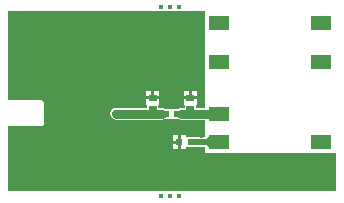
<source format=gbl>
G04*
G04 #@! TF.GenerationSoftware,Altium Limited,Altium Designer,19.1.5 (86)*
G04*
G04 Layer_Physical_Order=2*
G04 Layer_Color=16711680*
%FSAX25Y25*%
%MOIN*%
G70*
G01*
G75*
%ADD12C,0.01575*%
%ADD13C,0.01968*%
%ADD14R,0.02244X0.02441*%
%ADD15R,0.02520X0.02362*%
%ADD16R,0.07087X0.05118*%
%ADD17C,0.02953*%
%ADD18C,0.02756*%
%ADD19C,0.01575*%
%ADD20C,0.01968*%
G36*
X0446516Y0338006D02*
X0446575Y0337995D01*
X0446633Y0338006D01*
X0449469D01*
X0449528Y0337995D01*
X0449586Y0338006D01*
X0452422D01*
X0452480Y0337995D01*
X0452539Y0338006D01*
X0461142D01*
Y0305893D01*
X0457980D01*
Y0306933D01*
X0458480D01*
Y0308614D01*
X0456220D01*
X0453961D01*
Y0306933D01*
X0454461D01*
Y0305893D01*
X0453268D01*
X0453268Y0305893D01*
X0452497Y0305740D01*
X0452285Y0305598D01*
X0450193D01*
X0450150Y0305598D01*
X0449693D01*
X0449650Y0305598D01*
X0447754D01*
X0447543Y0305740D01*
X0446772Y0305893D01*
X0445382D01*
Y0306933D01*
X0445882D01*
Y0308614D01*
X0443622D01*
X0441362D01*
Y0306933D01*
X0441862D01*
Y0305893D01*
X0431614D01*
X0430843Y0305740D01*
X0430189Y0305303D01*
X0429752Y0304649D01*
X0429599Y0303878D01*
X0429752Y0303107D01*
X0430189Y0302453D01*
X0430843Y0302016D01*
X0431614Y0301863D01*
X0446772D01*
X0447543Y0302016D01*
X0447754Y0302157D01*
X0449650D01*
X0449693Y0302157D01*
X0450150D01*
X0450193Y0302157D01*
X0452285D01*
X0452497Y0302016D01*
X0453268Y0301863D01*
X0461142D01*
Y0296012D01*
X0461011Y0295990D01*
X0460712Y0295964D01*
X0460352Y0295954D01*
X0460325Y0295942D01*
X0459416D01*
X0459389Y0295954D01*
X0458400Y0295974D01*
X0457959Y0296008D01*
X0457921Y0296013D01*
Y0296150D01*
X0457480D01*
X0457409Y0296179D01*
X0457339Y0296150D01*
X0454720D01*
Y0296650D01*
X0453098D01*
Y0294429D01*
Y0292209D01*
X0454720D01*
Y0292709D01*
X0457339D01*
X0457409Y0292680D01*
X0457480Y0292709D01*
X0457921D01*
Y0292834D01*
X0459022Y0292901D01*
X0459381Y0292904D01*
X0459410Y0292916D01*
X0460325D01*
X0460352Y0292904D01*
X0460712Y0292895D01*
X0461011Y0292868D01*
X0461142Y0292847D01*
Y0290689D01*
X0504719Y0290689D01*
X0504719Y0278017D01*
X0452539Y0278017D01*
X0452480Y0278029D01*
X0452422Y0278017D01*
X0449586D01*
X0449528Y0278029D01*
X0449469Y0278017D01*
X0446634D01*
X0446575Y0278029D01*
X0446516Y0278017D01*
X0395517Y0278017D01*
X0395517Y0292756D01*
Y0299620D01*
X0406417D01*
X0406766Y0299690D01*
X0407062Y0299887D01*
X0407259Y0300183D01*
X0407329Y0300532D01*
Y0307618D01*
X0407259Y0307967D01*
X0407062Y0308262D01*
X0406766Y0308460D01*
X0406417Y0308529D01*
X0395517D01*
Y0323268D01*
X0395517Y0323268D01*
X0395517Y0338006D01*
X0446516Y0338006D01*
D02*
G37*
G36*
X0457429Y0295595D02*
X0457488Y0295557D01*
X0457586Y0295523D01*
X0457724Y0295494D01*
X0457901Y0295469D01*
X0458374Y0295434D01*
X0459378Y0295413D01*
Y0293445D01*
X0459004Y0293443D01*
X0457724Y0293364D01*
X0457586Y0293335D01*
X0457488Y0293301D01*
X0457429Y0293263D01*
X0457409Y0293221D01*
Y0295638D01*
X0457429Y0295595D01*
D02*
G37*
G36*
X0462347Y0292461D02*
X0462327Y0292648D01*
X0462268Y0292815D01*
X0462169Y0292963D01*
X0462030Y0293091D01*
X0461852Y0293199D01*
X0461634Y0293287D01*
X0461376Y0293356D01*
X0461079Y0293406D01*
X0460743Y0293435D01*
X0460366Y0293445D01*
Y0295413D01*
X0460743Y0295423D01*
X0461079Y0295453D01*
X0461376Y0295502D01*
X0461634Y0295571D01*
X0461852Y0295659D01*
X0462030Y0295768D01*
X0462169Y0295896D01*
X0462268Y0296043D01*
X0462327Y0296211D01*
X0462347Y0296398D01*
Y0292461D01*
D02*
G37*
%LPC*%
G36*
X0458480Y0311295D02*
X0456720D01*
Y0309614D01*
X0458480D01*
Y0311295D01*
D02*
G37*
G36*
X0445882D02*
X0444122D01*
Y0309614D01*
X0445882D01*
Y0311295D01*
D02*
G37*
G36*
X0443122D02*
X0441362D01*
Y0309614D01*
X0443122D01*
Y0311295D01*
D02*
G37*
G36*
X0455720D02*
X0453961D01*
Y0309614D01*
X0455720D01*
Y0311295D01*
D02*
G37*
G36*
X0452098Y0296650D02*
X0450476D01*
Y0294929D01*
X0452098D01*
Y0296650D01*
D02*
G37*
G36*
Y0293929D02*
X0450476D01*
Y0292209D01*
X0452098D01*
Y0293929D01*
D02*
G37*
%LPD*%
D12*
X0446575Y0339508D02*
D03*
X0449528D02*
D03*
X0452480D02*
D03*
X0452480Y0276516D02*
D03*
X0449528D02*
D03*
X0446575D02*
D03*
D13*
X0499016Y0289370D02*
D03*
X0496063Y0283465D02*
D03*
X0493110Y0289370D02*
D03*
X0490157Y0283465D02*
D03*
X0487205Y0289370D02*
D03*
X0484252Y0283465D02*
D03*
X0481299Y0289370D02*
D03*
X0478346Y0283465D02*
D03*
X0475393Y0289370D02*
D03*
X0472441Y0283465D02*
D03*
X0469488Y0289370D02*
D03*
X0466535Y0283465D02*
D03*
X0463583Y0289370D02*
D03*
X0460630Y0283465D02*
D03*
X0454724Y0330709D02*
D03*
X0457677Y0324803D02*
D03*
X0454724Y0318898D02*
D03*
X0457677Y0312992D02*
D03*
Y0289370D02*
D03*
X0454724Y0283465D02*
D03*
X0448819Y0330709D02*
D03*
X0451771Y0324803D02*
D03*
X0448819Y0318898D02*
D03*
X0451771Y0312992D02*
D03*
X0448819Y0295275D02*
D03*
X0451771Y0289370D02*
D03*
X0448819Y0283465D02*
D03*
X0442913Y0330709D02*
D03*
X0445866Y0324803D02*
D03*
X0442913Y0318898D02*
D03*
X0445866Y0312992D02*
D03*
X0442913Y0295275D02*
D03*
X0437008Y0330709D02*
D03*
X0439960Y0324803D02*
D03*
X0437008Y0318898D02*
D03*
X0439960Y0312992D02*
D03*
X0437008Y0295275D02*
D03*
Y0283465D02*
D03*
X0431102Y0330709D02*
D03*
X0434055Y0324803D02*
D03*
X0431102Y0318898D02*
D03*
X0434055Y0312992D02*
D03*
X0431102Y0295275D02*
D03*
X0434055Y0289370D02*
D03*
X0431102Y0283465D02*
D03*
X0425197Y0330709D02*
D03*
X0428150Y0324803D02*
D03*
X0425197Y0318898D02*
D03*
X0428150Y0312992D02*
D03*
X0425197Y0307086D02*
D03*
Y0295275D02*
D03*
X0428150Y0289370D02*
D03*
X0425197Y0283465D02*
D03*
X0419291Y0330709D02*
D03*
X0422244Y0324803D02*
D03*
X0419291Y0318898D02*
D03*
X0422244Y0312992D02*
D03*
X0419291Y0307086D02*
D03*
X0422244Y0301181D02*
D03*
X0419291Y0295275D02*
D03*
X0422244Y0289370D02*
D03*
X0419291Y0283465D02*
D03*
X0413386Y0330709D02*
D03*
X0416338Y0324803D02*
D03*
X0413386Y0318898D02*
D03*
X0416338Y0312992D02*
D03*
X0413386Y0307086D02*
D03*
X0416338Y0301181D02*
D03*
X0413386Y0295275D02*
D03*
X0416338Y0289370D02*
D03*
X0413386Y0283465D02*
D03*
X0407480Y0330709D02*
D03*
X0410433Y0324803D02*
D03*
X0407480Y0318898D02*
D03*
X0410433Y0312992D02*
D03*
Y0301181D02*
D03*
X0407480Y0295275D02*
D03*
X0410433Y0289370D02*
D03*
X0407480Y0283465D02*
D03*
X0401575Y0330709D02*
D03*
X0404527Y0324803D02*
D03*
X0401575Y0318898D02*
D03*
X0404527Y0312992D02*
D03*
X0401575Y0295275D02*
D03*
X0404527Y0289370D02*
D03*
X0401575Y0283465D02*
D03*
X0439291Y0307224D02*
D03*
X0436535D02*
D03*
X0433779D02*
D03*
X0430827Y0307028D02*
D03*
X0428268Y0305847D02*
D03*
X0428071Y0303091D02*
D03*
X0429646Y0300925D02*
D03*
X0432598Y0300728D02*
D03*
X0435354D02*
D03*
X0437913D02*
D03*
X0440669D02*
D03*
X0443425D02*
D03*
X0446181D02*
D03*
X0448740D02*
D03*
X0447756Y0307028D02*
D03*
X0453050Y0306993D02*
D03*
X0450512Y0306831D02*
D03*
X0451347Y0300818D02*
D03*
X0453815Y0300763D02*
D03*
X0456284D02*
D03*
X0458752D02*
D03*
D14*
X0452598Y0294429D02*
D03*
X0456299D02*
D03*
X0448071Y0303878D02*
D03*
X0451772D02*
D03*
D15*
X0456220Y0309114D02*
D03*
Y0305335D02*
D03*
X0443622Y0309114D02*
D03*
Y0305335D02*
D03*
D16*
X0465866Y0294429D02*
D03*
Y0303878D02*
D03*
Y0321201D02*
D03*
Y0334193D02*
D03*
X0499724Y0294429D02*
D03*
Y0334193D02*
D03*
Y0321201D02*
D03*
D17*
X0453268Y0303878D02*
X0465866D01*
X0453268Y0303878D02*
X0453268Y0303878D01*
X0431614Y0303878D02*
X0446772D01*
D18*
X0431614Y0303878D02*
X0431614Y0303878D01*
D19*
X0485354Y0279272D02*
X0489488Y0283405D01*
X0475709Y0279272D02*
X0485354D01*
X0471772Y0283209D02*
X0475709Y0279272D01*
D20*
X0456299Y0294429D02*
X0465866D01*
M02*

</source>
